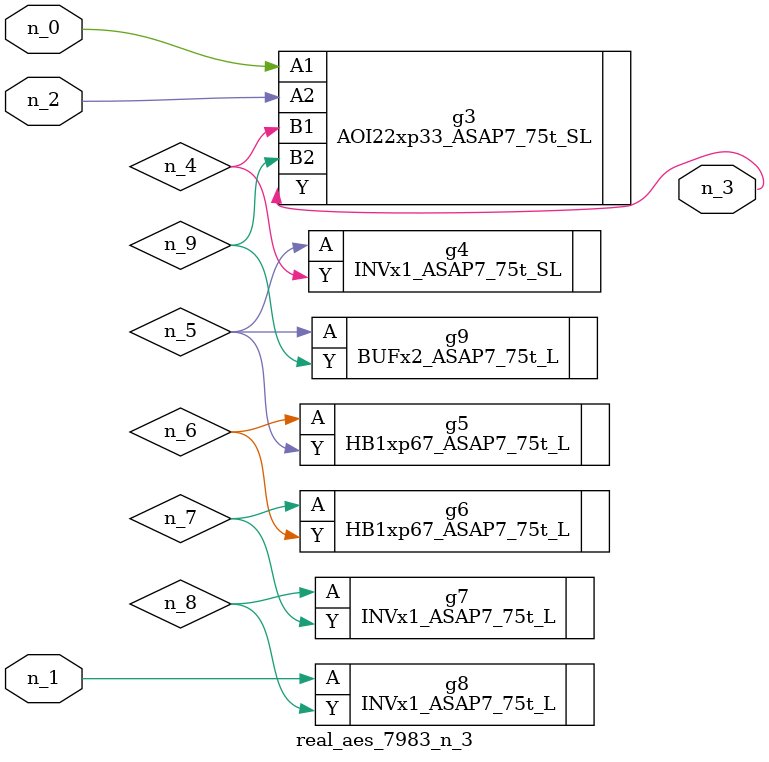
<source format=v>
module real_aes_7983_n_3 (n_0, n_2, n_1, n_3);
input n_0;
input n_2;
input n_1;
output n_3;
wire n_4;
wire n_5;
wire n_7;
wire n_9;
wire n_6;
wire n_8;
AOI22xp33_ASAP7_75t_SL g3 ( .A1(n_0), .A2(n_2), .B1(n_4), .B2(n_9), .Y(n_3) );
INVx1_ASAP7_75t_L g8 ( .A(n_1), .Y(n_8) );
INVx1_ASAP7_75t_SL g4 ( .A(n_5), .Y(n_4) );
BUFx2_ASAP7_75t_L g9 ( .A(n_5), .Y(n_9) );
HB1xp67_ASAP7_75t_L g5 ( .A(n_6), .Y(n_5) );
HB1xp67_ASAP7_75t_L g6 ( .A(n_7), .Y(n_6) );
INVx1_ASAP7_75t_L g7 ( .A(n_8), .Y(n_7) );
endmodule
</source>
